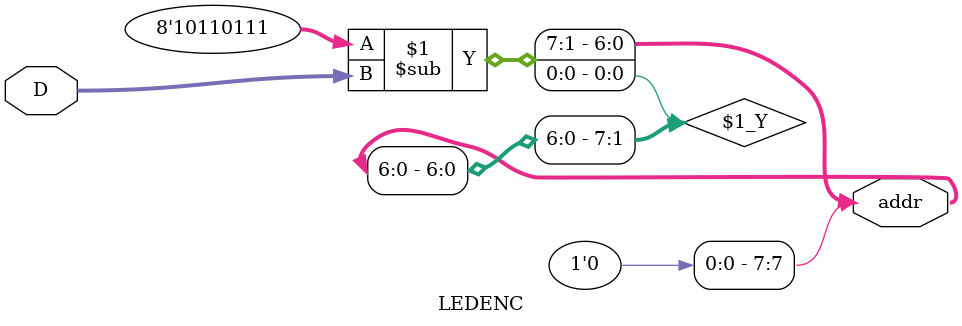
<source format=v>
module LEDENC(D,addr);
input [7:0]D;
output [7:0]addr;

assign addr=(8'd183-D)>>1;
endmodule
		
</source>
